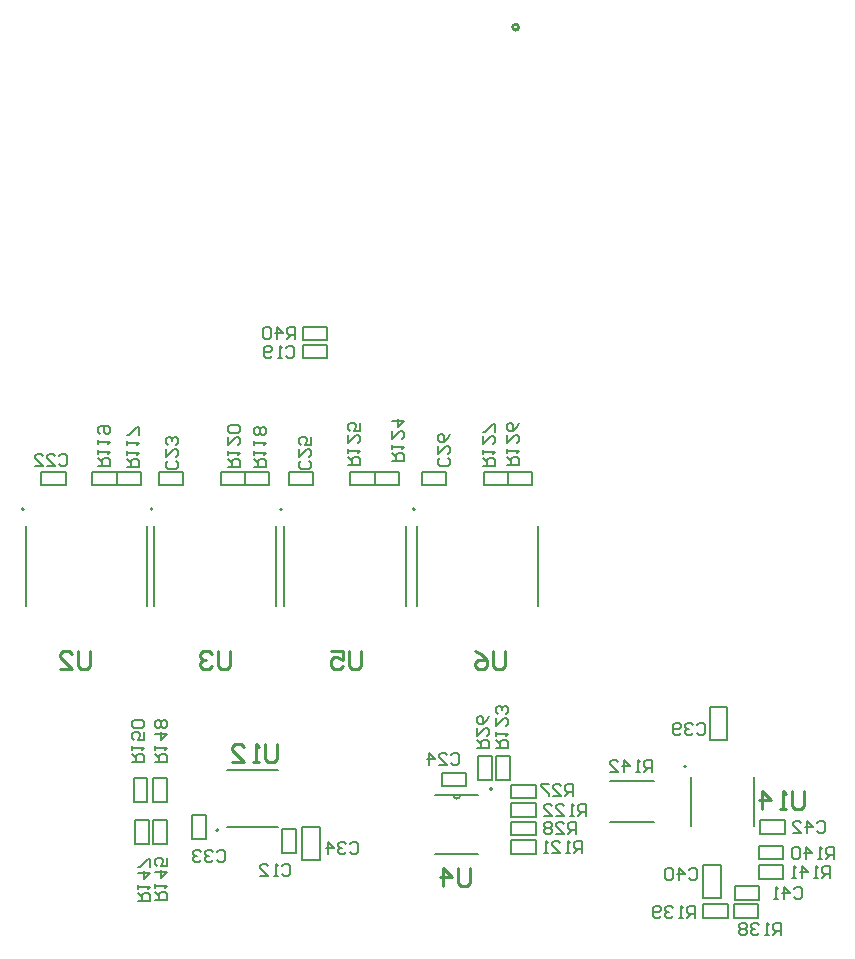
<source format=gbr>
%TF.GenerationSoftware,Altium Limited,Altium Designer,21.8.1 (53)*%
G04 Layer_Color=32896*
%FSLAX45Y45*%
%MOMM*%
%TF.SameCoordinates,27AF3B28-2B88-43EB-8C06-45BE792F9E07*%
%TF.FilePolarity,Positive*%
%TF.FileFunction,Legend,Bot*%
%TF.Part,Single*%
G01*
G75*
%TA.AperFunction,NonConductor*%
%ADD64C,0.25400*%
%ADD70C,0.20000*%
%ADD71C,0.15240*%
%ADD72C,0.12700*%
%ADD73C,0.20320*%
D64*
X5312700Y7761800D02*
G03*
X5312700Y7761800I-25400J0D01*
G01*
X3263838Y1689075D02*
Y1562117D01*
X3238446Y1536725D01*
X3187663D01*
X3162271Y1562117D01*
Y1689075D01*
X3111488Y1536725D02*
X3060704D01*
X3086096D01*
Y1689075D01*
X3111488Y1663683D01*
X2882961Y1536725D02*
X2984529D01*
X2882961Y1638292D01*
Y1663683D01*
X2908353Y1689075D01*
X2959137D01*
X2984529Y1663683D01*
X7726618Y1295375D02*
Y1168417D01*
X7701226Y1143025D01*
X7650443D01*
X7625051Y1168417D01*
Y1295375D01*
X7574268Y1143025D02*
X7523484D01*
X7548876D01*
Y1295375D01*
X7574268Y1269983D01*
X7371133Y1143025D02*
Y1295375D01*
X7447309Y1219200D01*
X7345741D01*
X5196799Y2476895D02*
Y2349937D01*
X5171407Y2324545D01*
X5120623D01*
X5095232Y2349937D01*
Y2476895D01*
X4942881D02*
X4993665Y2451504D01*
X5044448Y2400720D01*
Y2349937D01*
X5019056Y2324545D01*
X4968273D01*
X4942881Y2349937D01*
Y2375328D01*
X4968273Y2400720D01*
X5044448D01*
X3977599Y2476895D02*
Y2349937D01*
X3952207Y2324545D01*
X3901423D01*
X3876032Y2349937D01*
Y2476895D01*
X3723681D02*
X3825248D01*
Y2400720D01*
X3774465Y2426112D01*
X3749073D01*
X3723681Y2400720D01*
Y2349937D01*
X3749073Y2324545D01*
X3799856D01*
X3825248Y2349937D01*
X4897079Y645135D02*
Y518177D01*
X4871687Y492785D01*
X4820903D01*
X4795512Y518177D01*
Y645135D01*
X4668553Y492785D02*
Y645135D01*
X4744728Y568960D01*
X4643161D01*
X2867619Y2476895D02*
Y2349937D01*
X2842227Y2324545D01*
X2791443D01*
X2766052Y2349937D01*
Y2476895D01*
X2715268Y2451504D02*
X2689876Y2476895D01*
X2639093D01*
X2613701Y2451504D01*
Y2426112D01*
X2639093Y2400720D01*
X2664485D01*
X2639093D01*
X2613701Y2375328D01*
Y2349937D01*
X2639093Y2324545D01*
X2689876D01*
X2715268Y2349937D01*
X1681439Y2476895D02*
Y2349937D01*
X1656047Y2324545D01*
X1605263D01*
X1579872Y2349937D01*
Y2476895D01*
X1427521Y2324545D02*
X1529088D01*
X1427521Y2426112D01*
Y2451504D01*
X1452913Y2476895D01*
X1503696D01*
X1529088Y2451504D01*
D70*
X3310480Y3680820D02*
G03*
X3310480Y3680820I-10000J0D01*
G01*
X2213200D02*
G03*
X2213200Y3680820I-10000J0D01*
G01*
X6730840Y1501140D02*
G03*
X6730840Y1501140I-10000J0D01*
G01*
X2770700Y961900D02*
G03*
X2770700Y961900I-10000J0D01*
G01*
X4433160Y3680820D02*
G03*
X4433160Y3680820I-10000J0D01*
G01*
X5087900Y1310920D02*
G03*
X5087900Y1310920I-10000J0D01*
G01*
X1123540Y3680820D02*
G03*
X1123540Y3680820I-10000J0D01*
G01*
X3325480Y2860820D02*
Y3540820D01*
X4355480Y2860820D02*
Y3540820D01*
X2228200Y2860820D02*
Y3540820D01*
X3258200Y2860820D02*
Y3540820D01*
X2846600Y990600D02*
X3276600D01*
X2846600Y1473200D02*
X3276600D01*
X5478160Y2860820D02*
Y3540820D01*
X4448160Y2860820D02*
Y3540820D01*
X2168540Y2860820D02*
Y3540820D01*
X1138540Y2860820D02*
Y3540820D01*
X2053240Y1203060D02*
X2168240D01*
X2053240D02*
Y1408060D01*
X2168240D01*
Y1203060D02*
Y1408060D01*
X2215800D02*
X2330800D01*
Y1203060D02*
Y1408060D01*
X2215800Y1203060D02*
X2330800D01*
X2215800D02*
Y1408060D01*
X2063400Y1051360D02*
X2178400D01*
Y846360D02*
Y1051360D01*
X2063400Y846360D02*
X2178400D01*
X2063400D02*
Y1051360D01*
X2215800Y846360D02*
X2330800D01*
X2215800D02*
Y1051360D01*
X2330800D01*
Y846360D02*
Y1051360D01*
X7550500Y552100D02*
Y667100D01*
X7345500Y552100D02*
X7550500D01*
X7345500D02*
Y667100D01*
X7550500D01*
Y717200D02*
Y832200D01*
X7345500Y717200D02*
X7550500D01*
X7345500D02*
Y832200D01*
X7550500D01*
X7080600Y221900D02*
Y336900D01*
X6875600Y221900D02*
X7080600D01*
X6875600D02*
Y336900D01*
X7080600D01*
X7136500Y221900D02*
Y336900D01*
X7341500D01*
Y221900D02*
Y336900D01*
X7136500Y221900D02*
X7341500D01*
X5016320Y3882040D02*
Y3997040D01*
X5221320D01*
Y3882040D02*
Y3997040D01*
X5016320Y3882040D02*
X5221320D01*
X5425620D02*
Y3997040D01*
X5220620Y3882040D02*
X5425620D01*
X5220620D02*
Y3997040D01*
X5425620D01*
X3887840Y3882040D02*
Y3997040D01*
X4092840D01*
Y3882040D02*
Y3997040D01*
X3887840Y3882040D02*
X4092840D01*
X4297860D02*
Y3997040D01*
X4092860Y3882040D02*
X4297860D01*
X4092860D02*
Y3997040D01*
X4297860D01*
X5124100Y1590220D02*
X5239100D01*
Y1385220D02*
Y1590220D01*
X5124100Y1385220D02*
X5239100D01*
X5124100D02*
Y1590220D01*
X5456100Y1076186D02*
Y1191186D01*
X5251100Y1076186D02*
X5456100D01*
X5251100D02*
Y1191186D01*
X5456100D01*
Y762920D02*
Y877920D01*
X5251100Y762920D02*
X5456100D01*
X5251100D02*
Y877920D01*
X5456100D01*
X2790560Y3882040D02*
Y3997040D01*
X2995560D01*
Y3882040D02*
Y3997040D01*
X2790560Y3882040D02*
X2995560D01*
X1704160D02*
Y3997040D01*
X1909160D01*
Y3882040D02*
Y3997040D01*
X1704160Y3882040D02*
X1909160D01*
X3201300D02*
Y3997040D01*
X2996300Y3882040D02*
X3201300D01*
X2996300D02*
Y3997040D01*
X3201300D01*
X2113460Y3882040D02*
Y3997040D01*
X1908460Y3882040D02*
X2113460D01*
X1908460D02*
Y3997040D01*
X2113460D01*
X3487240Y5111400D02*
Y5226400D01*
X3692240D01*
Y5111400D02*
Y5226400D01*
X3487240Y5111400D02*
X3692240D01*
X5456100Y919553D02*
Y1034553D01*
X5251100Y919553D02*
X5456100D01*
X5251100D02*
Y1034553D01*
X5456100D01*
Y1232819D02*
Y1347820D01*
X5251100Y1232819D02*
X5456100D01*
X5251100D02*
Y1347820D01*
X5456100D01*
X4971700Y1590220D02*
X5086700D01*
Y1385220D02*
Y1590220D01*
X4971700Y1385220D02*
X5086700D01*
X4971700D02*
Y1590220D01*
X7564300Y933100D02*
Y1048100D01*
X7359300Y933100D02*
X7564300D01*
X7359300D02*
Y1048100D01*
X7564300D01*
X7142300Y374300D02*
Y489300D01*
X7347300D01*
Y374300D02*
Y489300D01*
X7142300Y374300D02*
X7347300D01*
X7021900Y386900D02*
Y666900D01*
X6871900Y386900D02*
X7021900D01*
X6871900D02*
Y666900D01*
X7021900D01*
X6930320Y1726900D02*
Y2006900D01*
X7080320D01*
Y1726900D02*
Y2006900D01*
X6930320Y1726900D02*
X7080320D01*
X3481000Y710900D02*
Y990900D01*
X3631000D01*
Y710900D02*
Y990900D01*
X3481000Y710900D02*
X3631000D01*
X2546000Y1093100D02*
X2661000D01*
Y888100D02*
Y1093100D01*
X2546000Y888100D02*
X2661000D01*
X2546000D02*
Y1093100D01*
X4699900Y3882040D02*
Y3997040D01*
X4494900Y3882040D02*
X4699900D01*
X4494900D02*
Y3997040D01*
X4699900D01*
X3570320Y3882040D02*
Y3997040D01*
X3365320Y3882040D02*
X3570320D01*
X3365320D02*
Y3997040D01*
X3570320D01*
X4665080Y1334420D02*
Y1449420D01*
X4870080D01*
Y1334420D02*
Y1449420D01*
X4665080Y1334420D02*
X4870080D01*
X2472320Y3882040D02*
Y3997040D01*
X2267320Y3882040D02*
X2472320D01*
X2267320D02*
Y3997040D01*
X2472320D01*
X1271640Y3882040D02*
Y3997040D01*
X1476640D01*
Y3882040D02*
Y3997040D01*
X1271640Y3882040D02*
X1476640D01*
X3690800Y4959000D02*
Y5074000D01*
X3485800Y4959000D02*
X3690800D01*
X3485800D02*
Y5074000D01*
X3690800D01*
X3308000Y973000D02*
X3423000D01*
Y768000D02*
Y973000D01*
X3308000Y768000D02*
X3423000D01*
X3308000D02*
Y973000D01*
D71*
X4757420Y1259840D02*
G03*
X4818380Y1259840I30480J0D01*
G01*
X6767830Y999593D02*
Y1413407D01*
X7303770Y999593D02*
Y1413407D01*
X4607560Y762000D02*
X4968240D01*
X4607560Y1259840D02*
X4757420D01*
X4818380D01*
X4968240D01*
D72*
X6089500Y1376500D02*
X6459500D01*
X6089500Y1036500D02*
X6459500D01*
D73*
X3880252Y849196D02*
X3897179Y866124D01*
X3931035D01*
X3947963Y849196D01*
Y781484D01*
X3931035Y764557D01*
X3897179D01*
X3880252Y781484D01*
X3846396Y849196D02*
X3829468Y866124D01*
X3795612D01*
X3778684Y849196D01*
Y832268D01*
X3795612Y815340D01*
X3812540D01*
X3795612D01*
X3778684Y798412D01*
Y781484D01*
X3795612Y764557D01*
X3829468D01*
X3846396Y781484D01*
X3694045Y764557D02*
Y866124D01*
X3744828Y815340D01*
X3677117D01*
X2755032Y778076D02*
X2771959Y795004D01*
X2805815D01*
X2822743Y778076D01*
Y710364D01*
X2805815Y693437D01*
X2771959D01*
X2755032Y710364D01*
X2721176Y778076D02*
X2704248Y795004D01*
X2670392D01*
X2653464Y778076D01*
Y761148D01*
X2670392Y744220D01*
X2687320D01*
X2670392D01*
X2653464Y727292D01*
Y710364D01*
X2670392Y693437D01*
X2704248D01*
X2721176Y710364D01*
X2619608Y778076D02*
X2602681Y795004D01*
X2568825D01*
X2551897Y778076D01*
Y761148D01*
X2568825Y744220D01*
X2585753D01*
X2568825D01*
X2551897Y727292D01*
Y710364D01*
X2568825Y693437D01*
X2602681D01*
X2619608Y710364D01*
X3305368Y658696D02*
X3322295Y675624D01*
X3356151D01*
X3373079Y658696D01*
Y590984D01*
X3356151Y574057D01*
X3322295D01*
X3305368Y590984D01*
X3271512Y574057D02*
X3237656D01*
X3254584D01*
Y675624D01*
X3271512Y658696D01*
X3119161Y574057D02*
X3186872D01*
X3119161Y641768D01*
Y658696D01*
X3136089Y675624D01*
X3169944D01*
X3186872Y658696D01*
X2037097Y1541837D02*
X2138664D01*
Y1592621D01*
X2121736Y1609549D01*
X2087880D01*
X2070952Y1592621D01*
Y1541837D01*
Y1575693D02*
X2037097Y1609549D01*
Y1643405D02*
Y1677260D01*
Y1660332D01*
X2138664D01*
X2121736Y1643405D01*
X2138664Y1795755D02*
Y1728044D01*
X2087880D01*
X2104808Y1761900D01*
Y1778828D01*
X2087880Y1795755D01*
X2054024D01*
X2037097Y1778828D01*
Y1744972D01*
X2054024Y1728044D01*
X2121736Y1829611D02*
X2138664Y1846539D01*
Y1880395D01*
X2121736Y1897323D01*
X2054024D01*
X2037097Y1880395D01*
Y1846539D01*
X2054024Y1829611D01*
X2121736D01*
X2230136Y1541837D02*
X2331703D01*
Y1592621D01*
X2314776Y1609548D01*
X2280920D01*
X2263992Y1592621D01*
Y1541837D01*
Y1575693D02*
X2230136Y1609548D01*
Y1643404D02*
Y1677260D01*
Y1660332D01*
X2331703D01*
X2314776Y1643404D01*
X2230136Y1778827D02*
X2331703D01*
X2280920Y1728044D01*
Y1795755D01*
X2314776Y1829611D02*
X2331703Y1846539D01*
Y1880395D01*
X2314776Y1897322D01*
X2297848D01*
X2280920Y1880395D01*
X2263992Y1897322D01*
X2247064D01*
X2230136Y1880395D01*
Y1846539D01*
X2247064Y1829611D01*
X2263992D01*
X2280920Y1846539D01*
X2297848Y1829611D01*
X2314776D01*
X2280920Y1846539D02*
Y1880395D01*
X2090437Y365817D02*
X2192004D01*
Y416601D01*
X2175076Y433529D01*
X2141220D01*
X2124292Y416601D01*
Y365817D01*
Y399673D02*
X2090437Y433529D01*
Y467385D02*
Y501240D01*
Y484312D01*
X2192004D01*
X2175076Y467385D01*
X2090437Y602808D02*
X2192004D01*
X2141220Y552024D01*
Y619735D01*
X2192004Y653591D02*
Y721303D01*
X2175076D01*
X2107364Y653591D01*
X2090437D01*
X2235216Y368357D02*
X2336783D01*
Y419141D01*
X2319856Y436068D01*
X2286000D01*
X2269072Y419141D01*
Y368357D01*
Y402213D02*
X2235216Y436068D01*
Y469924D02*
Y503780D01*
Y486852D01*
X2336783D01*
X2319856Y469924D01*
X2235216Y605347D02*
X2336783D01*
X2286000Y554564D01*
Y622275D01*
X2336783Y723842D02*
Y656131D01*
X2286000D01*
X2302928Y689987D01*
Y706915D01*
X2286000Y723842D01*
X2252144D01*
X2235216Y706915D01*
Y673059D01*
X2252144Y656131D01*
X6443923Y1452897D02*
Y1554464D01*
X6393139D01*
X6376211Y1537536D01*
Y1503680D01*
X6393139Y1486752D01*
X6443923D01*
X6410067D02*
X6376211Y1452897D01*
X6342355D02*
X6308500D01*
X6325428D01*
Y1554464D01*
X6342355Y1537536D01*
X6206932Y1452897D02*
Y1554464D01*
X6257716Y1503680D01*
X6190005D01*
X6088437Y1452897D02*
X6156149D01*
X6088437Y1520608D01*
Y1537536D01*
X6105365Y1554464D01*
X6139221D01*
X6156149Y1537536D01*
X7945915Y556277D02*
Y657844D01*
X7895131D01*
X7878203Y640916D01*
Y607060D01*
X7895131Y590132D01*
X7945915D01*
X7912059D02*
X7878203Y556277D01*
X7844348D02*
X7810492D01*
X7827420D01*
Y657844D01*
X7844348Y640916D01*
X7708925Y556277D02*
Y657844D01*
X7759708Y607060D01*
X7691997D01*
X7658141Y556277D02*
X7624285D01*
X7641213D01*
Y657844D01*
X7658141Y640916D01*
X7980623Y721377D02*
Y822944D01*
X7929839D01*
X7912911Y806016D01*
Y772160D01*
X7929839Y755232D01*
X7980623D01*
X7946767D02*
X7912911Y721377D01*
X7879055D02*
X7845200D01*
X7862128D01*
Y822944D01*
X7879055Y806016D01*
X7743632Y721377D02*
Y822944D01*
X7794416Y772160D01*
X7726705D01*
X7692849Y806016D02*
X7675921Y822944D01*
X7642065D01*
X7625137Y806016D01*
Y738304D01*
X7642065Y721377D01*
X7675921D01*
X7692849Y738304D01*
Y806016D01*
X6807143Y215917D02*
Y317484D01*
X6756359D01*
X6739431Y300556D01*
Y266700D01*
X6756359Y249772D01*
X6807143D01*
X6773287D02*
X6739431Y215917D01*
X6705575D02*
X6671720D01*
X6688648D01*
Y317484D01*
X6705575Y300556D01*
X6620936D02*
X6604008Y317484D01*
X6570152D01*
X6553225Y300556D01*
Y283628D01*
X6570152Y266700D01*
X6587080D01*
X6570152D01*
X6553225Y249772D01*
Y232844D01*
X6570152Y215917D01*
X6604008D01*
X6620936Y232844D01*
X6519369D02*
X6502441Y215917D01*
X6468585D01*
X6451657Y232844D01*
Y300556D01*
X6468585Y317484D01*
X6502441D01*
X6519369Y300556D01*
Y283628D01*
X6502441Y266700D01*
X6451657D01*
X7531043Y76217D02*
Y177784D01*
X7480259D01*
X7463331Y160856D01*
Y127000D01*
X7480259Y110072D01*
X7531043D01*
X7497187D02*
X7463331Y76217D01*
X7429475D02*
X7395620D01*
X7412548D01*
Y177784D01*
X7429475Y160856D01*
X7344836D02*
X7327908Y177784D01*
X7294052D01*
X7277125Y160856D01*
Y143928D01*
X7294052Y127000D01*
X7310980D01*
X7294052D01*
X7277125Y110072D01*
Y93144D01*
X7294052Y76217D01*
X7327908D01*
X7344836Y93144D01*
X7243269Y160856D02*
X7226341Y177784D01*
X7192485D01*
X7175557Y160856D01*
Y143928D01*
X7192485Y127000D01*
X7175557Y110072D01*
Y93144D01*
X7192485Y76217D01*
X7226341D01*
X7243269Y93144D01*
Y110072D01*
X7226341Y127000D01*
X7243269Y143928D01*
Y160856D01*
X7226341Y127000D02*
X7192485D01*
X5012156Y4046277D02*
X5113724D01*
Y4097061D01*
X5096796Y4113989D01*
X5062940D01*
X5046012Y4097061D01*
Y4046277D01*
Y4080133D02*
X5012156Y4113989D01*
Y4147845D02*
Y4181700D01*
Y4164772D01*
X5113724D01*
X5096796Y4147845D01*
X5012156Y4300195D02*
Y4232484D01*
X5079868Y4300195D01*
X5096796D01*
X5113724Y4283268D01*
Y4249412D01*
X5096796Y4232484D01*
X5113724Y4334051D02*
Y4401763D01*
X5096796D01*
X5029084Y4334051D01*
X5012156D01*
X5212096Y4053897D02*
X5313663D01*
Y4104681D01*
X5296736Y4121608D01*
X5262880D01*
X5245952Y4104681D01*
Y4053897D01*
Y4087753D02*
X5212096Y4121608D01*
Y4155464D02*
Y4189320D01*
Y4172392D01*
X5313663D01*
X5296736Y4155464D01*
X5212096Y4307815D02*
Y4240104D01*
X5279808Y4307815D01*
X5296736D01*
X5313663Y4290887D01*
Y4257032D01*
X5296736Y4240104D01*
X5313663Y4409382D02*
X5296736Y4375527D01*
X5262880Y4341671D01*
X5229024D01*
X5212096Y4358599D01*
Y4392455D01*
X5229024Y4409382D01*
X5245952D01*
X5262880Y4392455D01*
Y4341671D01*
X3865896Y4051357D02*
X3967463D01*
Y4102141D01*
X3950536Y4119068D01*
X3916680D01*
X3899752Y4102141D01*
Y4051357D01*
Y4085213D02*
X3865896Y4119068D01*
Y4152924D02*
Y4186780D01*
Y4169852D01*
X3967463D01*
X3950536Y4152924D01*
X3865896Y4305275D02*
Y4237564D01*
X3933608Y4305275D01*
X3950536D01*
X3967463Y4288347D01*
Y4254492D01*
X3950536Y4237564D01*
X3967463Y4406842D02*
Y4339131D01*
X3916680D01*
X3933608Y4372987D01*
Y4389915D01*
X3916680Y4406842D01*
X3882824D01*
X3865896Y4389915D01*
Y4356059D01*
X3882824Y4339131D01*
X4241817Y4089457D02*
X4343384D01*
Y4140241D01*
X4326456Y4157169D01*
X4292600D01*
X4275672Y4140241D01*
Y4089457D01*
Y4123313D02*
X4241817Y4157169D01*
Y4191025D02*
Y4224880D01*
Y4207952D01*
X4343384D01*
X4326456Y4191025D01*
X4241817Y4343375D02*
Y4275664D01*
X4309528Y4343375D01*
X4326456D01*
X4343384Y4326448D01*
Y4292592D01*
X4326456Y4275664D01*
X4241817Y4428015D02*
X4343384D01*
X4292600Y4377231D01*
Y4444943D01*
X5123196Y1656137D02*
X5224763D01*
Y1706921D01*
X5207836Y1723848D01*
X5173980D01*
X5157052Y1706921D01*
Y1656137D01*
Y1689993D02*
X5123196Y1723848D01*
Y1757704D02*
Y1791560D01*
Y1774632D01*
X5224763D01*
X5207836Y1757704D01*
X5123196Y1910055D02*
Y1842344D01*
X5190908Y1910055D01*
X5207836D01*
X5224763Y1893127D01*
Y1859272D01*
X5207836Y1842344D01*
Y1943911D02*
X5224763Y1960839D01*
Y1994695D01*
X5207836Y2011622D01*
X5190908D01*
X5173980Y1994695D01*
Y1977767D01*
Y1994695D01*
X5157052Y2011622D01*
X5140124D01*
X5123196Y1994695D01*
Y1960839D01*
X5140124Y1943911D01*
X5880042Y1082903D02*
Y1184470D01*
X5829259D01*
X5812331Y1167542D01*
Y1133686D01*
X5829259Y1116758D01*
X5880042D01*
X5846187D02*
X5812331Y1082903D01*
X5778475D02*
X5744619D01*
X5761547D01*
Y1184470D01*
X5778475Y1167542D01*
X5626124Y1082903D02*
X5693836D01*
X5626124Y1150614D01*
Y1167542D01*
X5643052Y1184470D01*
X5676908D01*
X5693836Y1167542D01*
X5524557Y1082903D02*
X5592268D01*
X5524557Y1150614D01*
Y1167542D01*
X5541485Y1184470D01*
X5575341D01*
X5592268Y1167542D01*
X5850415Y769636D02*
Y871203D01*
X5799631D01*
X5782703Y854276D01*
Y820420D01*
X5799631Y803492D01*
X5850415D01*
X5816559D02*
X5782703Y769636D01*
X5748847D02*
X5714992D01*
X5731919D01*
Y871203D01*
X5748847Y854276D01*
X5596497Y769636D02*
X5664208D01*
X5596497Y837348D01*
Y854276D01*
X5613424Y871203D01*
X5647280D01*
X5664208Y854276D01*
X5562641Y769636D02*
X5528785D01*
X5545713D01*
Y871203D01*
X5562641Y854276D01*
X2854977Y4038657D02*
X2956544D01*
Y4089441D01*
X2939616Y4106369D01*
X2905760D01*
X2888832Y4089441D01*
Y4038657D01*
Y4072513D02*
X2854977Y4106369D01*
Y4140225D02*
Y4174080D01*
Y4157152D01*
X2956544D01*
X2939616Y4140225D01*
X2854977Y4292575D02*
Y4224864D01*
X2922688Y4292575D01*
X2939616D01*
X2956544Y4275648D01*
Y4241792D01*
X2939616Y4224864D01*
Y4326431D02*
X2956544Y4343359D01*
Y4377215D01*
X2939616Y4394143D01*
X2871904D01*
X2854977Y4377215D01*
Y4343359D01*
X2871904Y4326431D01*
X2939616D01*
X1752617Y4049661D02*
X1854184D01*
Y4100445D01*
X1837256Y4117373D01*
X1803400D01*
X1786472Y4100445D01*
Y4049661D01*
Y4083517D02*
X1752617Y4117373D01*
Y4151229D02*
Y4185084D01*
Y4168157D01*
X1854184D01*
X1837256Y4151229D01*
X1752617Y4235868D02*
Y4269724D01*
Y4252796D01*
X1854184D01*
X1837256Y4235868D01*
X1769544Y4320507D02*
X1752617Y4337435D01*
Y4371291D01*
X1769544Y4388219D01*
X1837256D01*
X1854184Y4371291D01*
Y4337435D01*
X1837256Y4320507D01*
X1820328D01*
X1803400Y4337435D01*
Y4388219D01*
X3070877Y4042041D02*
X3172444D01*
Y4092825D01*
X3155516Y4109753D01*
X3121660D01*
X3104732Y4092825D01*
Y4042041D01*
Y4075897D02*
X3070877Y4109753D01*
Y4143609D02*
Y4177464D01*
Y4160537D01*
X3172444D01*
X3155516Y4143609D01*
X3070877Y4228248D02*
Y4262104D01*
Y4245176D01*
X3172444D01*
X3155516Y4228248D01*
Y4312887D02*
X3172444Y4329815D01*
Y4363671D01*
X3155516Y4380599D01*
X3138588D01*
X3121660Y4363671D01*
X3104732Y4380599D01*
X3087804D01*
X3070877Y4363671D01*
Y4329815D01*
X3087804Y4312887D01*
X3104732D01*
X3121660Y4329815D01*
X3138588Y4312887D01*
X3155516D01*
X3121660Y4329815D02*
Y4363671D01*
X1998997Y4042041D02*
X2100564D01*
Y4092825D01*
X2083636Y4109753D01*
X2049780D01*
X2032852Y4092825D01*
Y4042041D01*
Y4075897D02*
X1998997Y4109753D01*
Y4143609D02*
Y4177464D01*
Y4160537D01*
X2100564D01*
X2083636Y4143609D01*
X1998997Y4228248D02*
Y4262104D01*
Y4245176D01*
X2100564D01*
X2083636Y4228248D01*
X2100564Y4312887D02*
Y4380599D01*
X2083636D01*
X2015924Y4312887D01*
X1998997D01*
X3414563Y5125737D02*
Y5227304D01*
X3363779D01*
X3346852Y5210376D01*
Y5176520D01*
X3363779Y5159592D01*
X3414563D01*
X3380707D02*
X3346852Y5125737D01*
X3262212D02*
Y5227304D01*
X3312996Y5176520D01*
X3245284D01*
X3211428Y5210376D02*
X3194501Y5227304D01*
X3160645D01*
X3143717Y5210376D01*
Y5142664D01*
X3160645Y5125737D01*
X3194501D01*
X3211428Y5142664D01*
Y5210376D01*
X5799623Y934736D02*
Y1036303D01*
X5748839D01*
X5731911Y1019376D01*
Y985520D01*
X5748839Y968592D01*
X5799623D01*
X5765767D02*
X5731911Y934736D01*
X5630344D02*
X5698055D01*
X5630344Y1002448D01*
Y1019376D01*
X5647272Y1036303D01*
X5681128D01*
X5698055Y1019376D01*
X5596488D02*
X5579560Y1036303D01*
X5545705D01*
X5528777Y1019376D01*
Y1002448D01*
X5545705Y985520D01*
X5528777Y968592D01*
Y951664D01*
X5545705Y934736D01*
X5579560D01*
X5596488Y951664D01*
Y968592D01*
X5579560Y985520D01*
X5596488Y1002448D01*
Y1019376D01*
X5579560Y985520D02*
X5545705D01*
X5774223Y1252236D02*
Y1353803D01*
X5723439D01*
X5706511Y1336876D01*
Y1303020D01*
X5723439Y1286092D01*
X5774223D01*
X5740367D02*
X5706511Y1252236D01*
X5604944D02*
X5672655D01*
X5604944Y1319948D01*
Y1336876D01*
X5621872Y1353803D01*
X5655728D01*
X5672655Y1336876D01*
X5571088Y1353803D02*
X5503377D01*
Y1336876D01*
X5571088Y1269164D01*
Y1252236D01*
X4960636Y1660357D02*
X5062203D01*
Y1711140D01*
X5045276Y1728068D01*
X5011420D01*
X4994492Y1711140D01*
Y1660357D01*
Y1694213D02*
X4960636Y1728068D01*
Y1829635D02*
Y1761924D01*
X5028348Y1829635D01*
X5045276D01*
X5062203Y1812708D01*
Y1778852D01*
X5045276Y1761924D01*
X5062203Y1931203D02*
X5045276Y1897347D01*
X5011420Y1863491D01*
X4977564D01*
X4960636Y1880419D01*
Y1914275D01*
X4977564Y1931203D01*
X4994492D01*
X5011420Y1914275D01*
Y1863491D01*
X7835032Y1021916D02*
X7851959Y1038844D01*
X7885815D01*
X7902743Y1021916D01*
Y954204D01*
X7885815Y937277D01*
X7851959D01*
X7835032Y954204D01*
X7750392Y937277D02*
Y1038844D01*
X7801176Y988060D01*
X7733464D01*
X7631897Y937277D02*
X7699608D01*
X7631897Y1004988D01*
Y1021916D01*
X7648825Y1038844D01*
X7682681D01*
X7699608Y1021916D01*
X7645384Y465656D02*
X7662312Y482584D01*
X7696167D01*
X7713095Y465656D01*
Y397944D01*
X7696167Y381017D01*
X7662312D01*
X7645384Y397944D01*
X7560744Y381017D02*
Y482584D01*
X7611528Y431800D01*
X7543817D01*
X7509961Y381017D02*
X7476105D01*
X7493033D01*
Y482584D01*
X7509961Y465656D01*
X6752992Y628216D02*
X6769919Y645144D01*
X6803775D01*
X6820703Y628216D01*
Y560504D01*
X6803775Y543577D01*
X6769919D01*
X6752992Y560504D01*
X6668352Y543577D02*
Y645144D01*
X6719136Y594360D01*
X6651424D01*
X6617568Y628216D02*
X6600641Y645144D01*
X6566785D01*
X6549857Y628216D01*
Y560504D01*
X6566785Y543577D01*
X6600641D01*
X6617568Y560504D01*
Y628216D01*
X6819032Y1855036D02*
X6835959Y1871964D01*
X6869815D01*
X6886743Y1855036D01*
Y1787324D01*
X6869815Y1770397D01*
X6835959D01*
X6819032Y1787324D01*
X6785176Y1855036D02*
X6768248Y1871964D01*
X6734392D01*
X6717464Y1855036D01*
Y1838108D01*
X6734392Y1821180D01*
X6751320D01*
X6734392D01*
X6717464Y1804252D01*
Y1787324D01*
X6734392Y1770397D01*
X6768248D01*
X6785176Y1787324D01*
X6683608D02*
X6666681Y1770397D01*
X6632825D01*
X6615897Y1787324D01*
Y1855036D01*
X6632825Y1871964D01*
X6666681D01*
X6683608Y1855036D01*
Y1838108D01*
X6666681Y1821180D01*
X6615897D01*
X4710716Y4118208D02*
X4727644Y4101281D01*
Y4067425D01*
X4710716Y4050497D01*
X4643004D01*
X4626076Y4067425D01*
Y4101281D01*
X4643004Y4118208D01*
X4626076Y4219776D02*
Y4152064D01*
X4693788Y4219776D01*
X4710716D01*
X4727644Y4202848D01*
Y4168992D01*
X4710716Y4152064D01*
X4727644Y4321343D02*
X4710716Y4287487D01*
X4676860Y4253632D01*
X4643004D01*
X4626076Y4270559D01*
Y4304415D01*
X4643004Y4321343D01*
X4659932D01*
X4676860Y4304415D01*
Y4253632D01*
X3533976Y4090268D02*
X3550903Y4073340D01*
Y4039485D01*
X3533976Y4022557D01*
X3466264D01*
X3449336Y4039485D01*
Y4073340D01*
X3466264Y4090268D01*
X3449336Y4191835D02*
Y4124124D01*
X3517048Y4191835D01*
X3533976D01*
X3550903Y4174908D01*
Y4141052D01*
X3533976Y4124124D01*
X3550903Y4293403D02*
Y4225691D01*
X3500120D01*
X3517048Y4259547D01*
Y4276475D01*
X3500120Y4293403D01*
X3466264D01*
X3449336Y4276475D01*
Y4242619D01*
X3466264Y4225691D01*
X4736232Y1603576D02*
X4753159Y1620504D01*
X4787015D01*
X4803943Y1603576D01*
Y1535864D01*
X4787015Y1518937D01*
X4753159D01*
X4736232Y1535864D01*
X4634664Y1518937D02*
X4702376D01*
X4634664Y1586648D01*
Y1603576D01*
X4651592Y1620504D01*
X4685448D01*
X4702376Y1603576D01*
X4550025Y1518937D02*
Y1620504D01*
X4600808Y1569720D01*
X4533097D01*
X2413836Y4087728D02*
X2430764Y4070801D01*
Y4036945D01*
X2413836Y4020017D01*
X2346124D01*
X2329197Y4036945D01*
Y4070801D01*
X2346124Y4087728D01*
X2329197Y4189296D02*
Y4121584D01*
X2396908Y4189296D01*
X2413836D01*
X2430764Y4172368D01*
Y4138512D01*
X2413836Y4121584D01*
Y4223152D02*
X2430764Y4240079D01*
Y4273935D01*
X2413836Y4290863D01*
X2396908D01*
X2379980Y4273935D01*
Y4257007D01*
Y4273935D01*
X2363052Y4290863D01*
X2346124D01*
X2329197Y4273935D01*
Y4240079D01*
X2346124Y4223152D01*
X1416452Y4133416D02*
X1433379Y4150344D01*
X1467235D01*
X1484163Y4133416D01*
Y4065704D01*
X1467235Y4048777D01*
X1433379D01*
X1416452Y4065704D01*
X1314884Y4048777D02*
X1382596D01*
X1314884Y4116488D01*
Y4133416D01*
X1331812Y4150344D01*
X1365668D01*
X1382596Y4133416D01*
X1213317Y4048777D02*
X1281028D01*
X1213317Y4116488D01*
Y4133416D01*
X1230245Y4150344D01*
X1264101D01*
X1281028Y4133416D01*
X3340928Y5047816D02*
X3357855Y5064744D01*
X3391711D01*
X3408639Y5047816D01*
Y4980104D01*
X3391711Y4963177D01*
X3357855D01*
X3340928Y4980104D01*
X3307072Y4963177D02*
X3273216D01*
X3290144D01*
Y5064744D01*
X3307072Y5047816D01*
X3222432Y4980104D02*
X3205504Y4963177D01*
X3171649D01*
X3154721Y4980104D01*
Y5047816D01*
X3171649Y5064744D01*
X3205504D01*
X3222432Y5047816D01*
Y5030888D01*
X3205504Y5013960D01*
X3154721D01*
%TF.MD5,e88b79c406e5351c318e299611b63ee8*%
M02*

</source>
